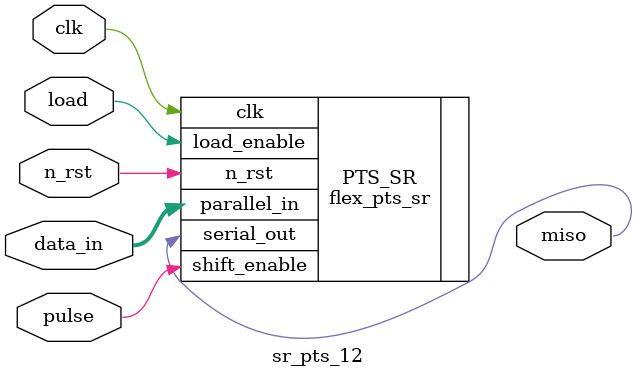
<source format=sv>

module sr_pts_12 (
    input logic clk,
    input logic n_rst,
    input logic load,
    input logic pulse,
    input logic [11:0] data_in,
    output logic miso
);

    flex_pts_sr #(.NUM_BITS(12), .SHIFT_MSB(1'b1)) PTS_SR (
        .clk(clk), .n_rst(n_rst),
        .shift_enable(pulse),
        .load_enable(load),
        .parallel_in(data_in),
        .serial_out(miso));

endmodule
</source>
